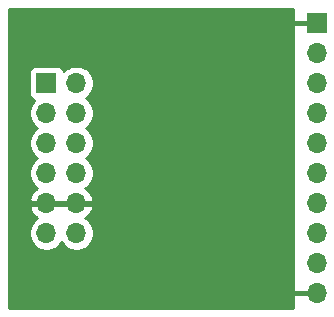
<source format=gbl>
G04 #@! TF.GenerationSoftware,KiCad,Pcbnew,5.1.5-52549c5~86~ubuntu19.10.1*
G04 #@! TF.CreationDate,2020-05-04T22:04:25+01:00*
G04 #@! TF.ProjectId,pmod-dualrs422,706d6f64-2d64-4756-916c-72733432322e,rev?*
G04 #@! TF.SameCoordinates,PXccb7580PY7aec778*
G04 #@! TF.FileFunction,Copper,L2,Bot*
G04 #@! TF.FilePolarity,Positive*
%FSLAX46Y46*%
G04 Gerber Fmt 4.6, Leading zero omitted, Abs format (unit mm)*
G04 Created by KiCad (PCBNEW 5.1.5-52549c5~86~ubuntu19.10.1) date 2020-05-04 22:04:25*
%MOMM*%
%LPD*%
G04 APERTURE LIST*
%ADD10O,1.700000X1.700000*%
%ADD11R,1.700000X1.700000*%
%ADD12C,0.800000*%
%ADD13C,0.400000*%
%ADD14C,0.254000*%
G04 APERTURE END LIST*
D10*
X26670000Y1905000D03*
X26670000Y4445000D03*
X26670000Y6985000D03*
X26670000Y9525000D03*
X26670000Y12065000D03*
X26670000Y14605000D03*
X26670000Y17145000D03*
X26670000Y19685000D03*
X26670000Y22225000D03*
D11*
X26670000Y24765000D03*
D10*
X6324520Y6994840D03*
X3784520Y6994840D03*
X6324520Y9534840D03*
X3784520Y9534840D03*
X6324520Y12074840D03*
X3784520Y12074840D03*
X6324520Y14614840D03*
X3784520Y14614840D03*
X6324520Y17154840D03*
X3784520Y17154840D03*
X6324520Y19694840D03*
D11*
X3784520Y19694840D03*
D12*
X18384520Y11094840D03*
X15384520Y15694840D03*
X18384520Y21694840D03*
X11784520Y4894840D03*
D13*
X26670000Y24765000D02*
X19050000Y24765000D01*
X18384520Y24099520D02*
X18384520Y21694840D01*
X19050000Y24765000D02*
X18384520Y24099520D01*
X26670000Y1905000D02*
X12700000Y1905000D01*
X11784520Y2820480D02*
X11784520Y4894840D01*
X12700000Y1905000D02*
X11784520Y2820480D01*
D14*
G36*
X24638000Y660000D02*
G01*
X660000Y660000D01*
X660000Y7141100D01*
X2299520Y7141100D01*
X2299520Y6848580D01*
X2356588Y6561682D01*
X2468530Y6291429D01*
X2631045Y6048208D01*
X2837888Y5841365D01*
X3081109Y5678850D01*
X3351362Y5566908D01*
X3638260Y5509840D01*
X3930780Y5509840D01*
X4217678Y5566908D01*
X4487931Y5678850D01*
X4731152Y5841365D01*
X4937995Y6048208D01*
X5054520Y6222600D01*
X5171045Y6048208D01*
X5377888Y5841365D01*
X5621109Y5678850D01*
X5891362Y5566908D01*
X6178260Y5509840D01*
X6470780Y5509840D01*
X6757678Y5566908D01*
X7027931Y5678850D01*
X7271152Y5841365D01*
X7477995Y6048208D01*
X7640510Y6291429D01*
X7752452Y6561682D01*
X7809520Y6848580D01*
X7809520Y7141100D01*
X7752452Y7427998D01*
X7640510Y7698251D01*
X7477995Y7941472D01*
X7271152Y8148315D01*
X7088986Y8270035D01*
X7205875Y8339662D01*
X7422108Y8534571D01*
X7596161Y8767920D01*
X7721345Y9030741D01*
X7765996Y9177950D01*
X7644675Y9407840D01*
X6451520Y9407840D01*
X6451520Y9387840D01*
X6197520Y9387840D01*
X6197520Y9407840D01*
X3911520Y9407840D01*
X3911520Y9387840D01*
X3657520Y9387840D01*
X3657520Y9407840D01*
X2464365Y9407840D01*
X2343044Y9177950D01*
X2387695Y9030741D01*
X2512879Y8767920D01*
X2686932Y8534571D01*
X2903165Y8339662D01*
X3020054Y8270035D01*
X2837888Y8148315D01*
X2631045Y7941472D01*
X2468530Y7698251D01*
X2356588Y7427998D01*
X2299520Y7141100D01*
X660000Y7141100D01*
X660000Y20544840D01*
X2296448Y20544840D01*
X2296448Y18844840D01*
X2308708Y18720358D01*
X2345018Y18600660D01*
X2403983Y18490346D01*
X2483335Y18393655D01*
X2580026Y18314303D01*
X2690340Y18255338D01*
X2762900Y18233327D01*
X2631045Y18101472D01*
X2468530Y17858251D01*
X2356588Y17587998D01*
X2299520Y17301100D01*
X2299520Y17008580D01*
X2356588Y16721682D01*
X2468530Y16451429D01*
X2631045Y16208208D01*
X2837888Y16001365D01*
X3012280Y15884840D01*
X2837888Y15768315D01*
X2631045Y15561472D01*
X2468530Y15318251D01*
X2356588Y15047998D01*
X2299520Y14761100D01*
X2299520Y14468580D01*
X2356588Y14181682D01*
X2468530Y13911429D01*
X2631045Y13668208D01*
X2837888Y13461365D01*
X3012280Y13344840D01*
X2837888Y13228315D01*
X2631045Y13021472D01*
X2468530Y12778251D01*
X2356588Y12507998D01*
X2299520Y12221100D01*
X2299520Y11928580D01*
X2356588Y11641682D01*
X2468530Y11371429D01*
X2631045Y11128208D01*
X2837888Y10921365D01*
X3020054Y10799645D01*
X2903165Y10730018D01*
X2686932Y10535109D01*
X2512879Y10301760D01*
X2387695Y10038939D01*
X2343044Y9891730D01*
X2464365Y9661840D01*
X3657520Y9661840D01*
X3657520Y9681840D01*
X3911520Y9681840D01*
X3911520Y9661840D01*
X6197520Y9661840D01*
X6197520Y9681840D01*
X6451520Y9681840D01*
X6451520Y9661840D01*
X7644675Y9661840D01*
X7765996Y9891730D01*
X7721345Y10038939D01*
X7596161Y10301760D01*
X7422108Y10535109D01*
X7205875Y10730018D01*
X7088986Y10799645D01*
X7271152Y10921365D01*
X7477995Y11128208D01*
X7640510Y11371429D01*
X7752452Y11641682D01*
X7809520Y11928580D01*
X7809520Y12221100D01*
X7752452Y12507998D01*
X7640510Y12778251D01*
X7477995Y13021472D01*
X7271152Y13228315D01*
X7096760Y13344840D01*
X7271152Y13461365D01*
X7477995Y13668208D01*
X7640510Y13911429D01*
X7752452Y14181682D01*
X7809520Y14468580D01*
X7809520Y14761100D01*
X7752452Y15047998D01*
X7640510Y15318251D01*
X7477995Y15561472D01*
X7271152Y15768315D01*
X7096760Y15884840D01*
X7271152Y16001365D01*
X7477995Y16208208D01*
X7640510Y16451429D01*
X7752452Y16721682D01*
X7809520Y17008580D01*
X7809520Y17301100D01*
X7752452Y17587998D01*
X7640510Y17858251D01*
X7477995Y18101472D01*
X7271152Y18308315D01*
X7096760Y18424840D01*
X7271152Y18541365D01*
X7477995Y18748208D01*
X7640510Y18991429D01*
X7752452Y19261682D01*
X7809520Y19548580D01*
X7809520Y19841100D01*
X7752452Y20127998D01*
X7640510Y20398251D01*
X7477995Y20641472D01*
X7271152Y20848315D01*
X7027931Y21010830D01*
X6757678Y21122772D01*
X6470780Y21179840D01*
X6178260Y21179840D01*
X5891362Y21122772D01*
X5621109Y21010830D01*
X5377888Y20848315D01*
X5246033Y20716460D01*
X5224022Y20789020D01*
X5165057Y20899334D01*
X5085705Y20996025D01*
X4989014Y21075377D01*
X4878700Y21134342D01*
X4759002Y21170652D01*
X4634520Y21182912D01*
X2934520Y21182912D01*
X2810038Y21170652D01*
X2690340Y21134342D01*
X2580026Y21075377D01*
X2483335Y20996025D01*
X2403983Y20899334D01*
X2345018Y20789020D01*
X2308708Y20669322D01*
X2296448Y20544840D01*
X660000Y20544840D01*
X660000Y26010000D01*
X24638000Y26010000D01*
X24638000Y660000D01*
G37*
X24638000Y660000D02*
X660000Y660000D01*
X660000Y7141100D01*
X2299520Y7141100D01*
X2299520Y6848580D01*
X2356588Y6561682D01*
X2468530Y6291429D01*
X2631045Y6048208D01*
X2837888Y5841365D01*
X3081109Y5678850D01*
X3351362Y5566908D01*
X3638260Y5509840D01*
X3930780Y5509840D01*
X4217678Y5566908D01*
X4487931Y5678850D01*
X4731152Y5841365D01*
X4937995Y6048208D01*
X5054520Y6222600D01*
X5171045Y6048208D01*
X5377888Y5841365D01*
X5621109Y5678850D01*
X5891362Y5566908D01*
X6178260Y5509840D01*
X6470780Y5509840D01*
X6757678Y5566908D01*
X7027931Y5678850D01*
X7271152Y5841365D01*
X7477995Y6048208D01*
X7640510Y6291429D01*
X7752452Y6561682D01*
X7809520Y6848580D01*
X7809520Y7141100D01*
X7752452Y7427998D01*
X7640510Y7698251D01*
X7477995Y7941472D01*
X7271152Y8148315D01*
X7088986Y8270035D01*
X7205875Y8339662D01*
X7422108Y8534571D01*
X7596161Y8767920D01*
X7721345Y9030741D01*
X7765996Y9177950D01*
X7644675Y9407840D01*
X6451520Y9407840D01*
X6451520Y9387840D01*
X6197520Y9387840D01*
X6197520Y9407840D01*
X3911520Y9407840D01*
X3911520Y9387840D01*
X3657520Y9387840D01*
X3657520Y9407840D01*
X2464365Y9407840D01*
X2343044Y9177950D01*
X2387695Y9030741D01*
X2512879Y8767920D01*
X2686932Y8534571D01*
X2903165Y8339662D01*
X3020054Y8270035D01*
X2837888Y8148315D01*
X2631045Y7941472D01*
X2468530Y7698251D01*
X2356588Y7427998D01*
X2299520Y7141100D01*
X660000Y7141100D01*
X660000Y20544840D01*
X2296448Y20544840D01*
X2296448Y18844840D01*
X2308708Y18720358D01*
X2345018Y18600660D01*
X2403983Y18490346D01*
X2483335Y18393655D01*
X2580026Y18314303D01*
X2690340Y18255338D01*
X2762900Y18233327D01*
X2631045Y18101472D01*
X2468530Y17858251D01*
X2356588Y17587998D01*
X2299520Y17301100D01*
X2299520Y17008580D01*
X2356588Y16721682D01*
X2468530Y16451429D01*
X2631045Y16208208D01*
X2837888Y16001365D01*
X3012280Y15884840D01*
X2837888Y15768315D01*
X2631045Y15561472D01*
X2468530Y15318251D01*
X2356588Y15047998D01*
X2299520Y14761100D01*
X2299520Y14468580D01*
X2356588Y14181682D01*
X2468530Y13911429D01*
X2631045Y13668208D01*
X2837888Y13461365D01*
X3012280Y13344840D01*
X2837888Y13228315D01*
X2631045Y13021472D01*
X2468530Y12778251D01*
X2356588Y12507998D01*
X2299520Y12221100D01*
X2299520Y11928580D01*
X2356588Y11641682D01*
X2468530Y11371429D01*
X2631045Y11128208D01*
X2837888Y10921365D01*
X3020054Y10799645D01*
X2903165Y10730018D01*
X2686932Y10535109D01*
X2512879Y10301760D01*
X2387695Y10038939D01*
X2343044Y9891730D01*
X2464365Y9661840D01*
X3657520Y9661840D01*
X3657520Y9681840D01*
X3911520Y9681840D01*
X3911520Y9661840D01*
X6197520Y9661840D01*
X6197520Y9681840D01*
X6451520Y9681840D01*
X6451520Y9661840D01*
X7644675Y9661840D01*
X7765996Y9891730D01*
X7721345Y10038939D01*
X7596161Y10301760D01*
X7422108Y10535109D01*
X7205875Y10730018D01*
X7088986Y10799645D01*
X7271152Y10921365D01*
X7477995Y11128208D01*
X7640510Y11371429D01*
X7752452Y11641682D01*
X7809520Y11928580D01*
X7809520Y12221100D01*
X7752452Y12507998D01*
X7640510Y12778251D01*
X7477995Y13021472D01*
X7271152Y13228315D01*
X7096760Y13344840D01*
X7271152Y13461365D01*
X7477995Y13668208D01*
X7640510Y13911429D01*
X7752452Y14181682D01*
X7809520Y14468580D01*
X7809520Y14761100D01*
X7752452Y15047998D01*
X7640510Y15318251D01*
X7477995Y15561472D01*
X7271152Y15768315D01*
X7096760Y15884840D01*
X7271152Y16001365D01*
X7477995Y16208208D01*
X7640510Y16451429D01*
X7752452Y16721682D01*
X7809520Y17008580D01*
X7809520Y17301100D01*
X7752452Y17587998D01*
X7640510Y17858251D01*
X7477995Y18101472D01*
X7271152Y18308315D01*
X7096760Y18424840D01*
X7271152Y18541365D01*
X7477995Y18748208D01*
X7640510Y18991429D01*
X7752452Y19261682D01*
X7809520Y19548580D01*
X7809520Y19841100D01*
X7752452Y20127998D01*
X7640510Y20398251D01*
X7477995Y20641472D01*
X7271152Y20848315D01*
X7027931Y21010830D01*
X6757678Y21122772D01*
X6470780Y21179840D01*
X6178260Y21179840D01*
X5891362Y21122772D01*
X5621109Y21010830D01*
X5377888Y20848315D01*
X5246033Y20716460D01*
X5224022Y20789020D01*
X5165057Y20899334D01*
X5085705Y20996025D01*
X4989014Y21075377D01*
X4878700Y21134342D01*
X4759002Y21170652D01*
X4634520Y21182912D01*
X2934520Y21182912D01*
X2810038Y21170652D01*
X2690340Y21134342D01*
X2580026Y21075377D01*
X2483335Y20996025D01*
X2403983Y20899334D01*
X2345018Y20789020D01*
X2308708Y20669322D01*
X2296448Y20544840D01*
X660000Y20544840D01*
X660000Y26010000D01*
X24638000Y26010000D01*
X24638000Y660000D01*
M02*

</source>
